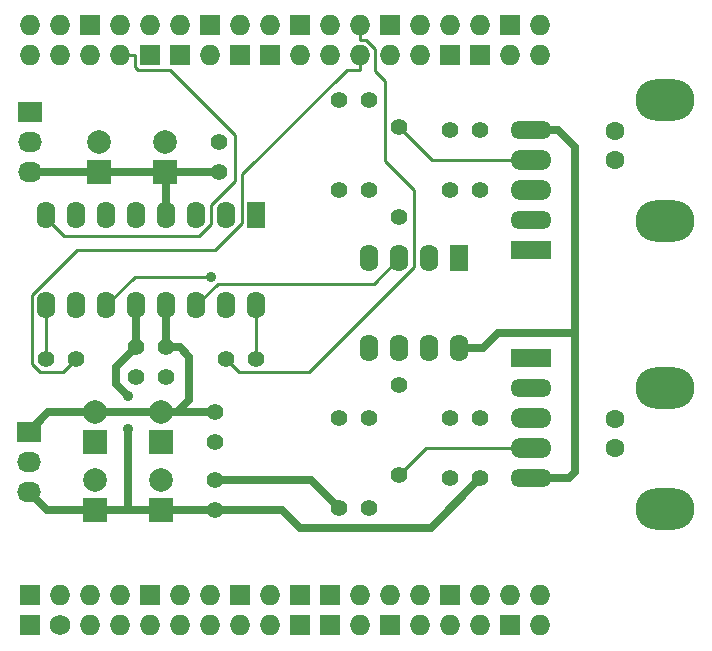
<source format=gtl>
%TF.FileFunction,Copper,L1,Top,Signal*%
%FSLAX46Y46*%
G04 Gerber Fmt 4.6, Leading zero omitted, Abs format (unit mm)*
G04 Created by KiCad (PCBNEW (2014-08-05 BZR 5054)-product) date Thu 18 Sep 2014 01:52:19 PM PDT*
%MOMM*%
G01*
G04 APERTURE LIST*
%ADD10C,0.100000*%
%ADD11C,1.397000*%
%ADD12R,1.574800X2.286000*%
%ADD13O,1.574800X2.286000*%
%ADD14R,1.998980X1.998980*%
%ADD15C,1.998980*%
%ADD16O,5.001260X3.500120*%
%ADD17C,1.600200*%
%ADD18R,2.032000X1.727200*%
%ADD19O,2.032000X1.727200*%
%ADD20O,3.500120X1.699260*%
%ADD21O,3.500120X1.524000*%
%ADD22R,3.500120X1.524000*%
%ADD23R,1.727200X1.727200*%
%ADD24O,1.727200X1.727200*%
%ADD25C,1.727200*%
%ADD26C,0.889000*%
%ADD27C,0.635000*%
%ADD28C,0.254000*%
G04 APERTURE END LIST*
D10*
D11*
X47942500Y-59499500D03*
X47942500Y-56959500D03*
X50482500Y-56959500D03*
X50482500Y-59499500D03*
X77089000Y-38608000D03*
X74549000Y-38608000D03*
X77089000Y-43688000D03*
X74549000Y-43688000D03*
X58102500Y-57975500D03*
X55562500Y-57975500D03*
X77089000Y-68072000D03*
X74549000Y-68072000D03*
X77089000Y-62992000D03*
X74549000Y-62992000D03*
X40322500Y-57975500D03*
X42862500Y-57975500D03*
D12*
X58102500Y-45783500D03*
D13*
X55562500Y-45783500D03*
X53022500Y-45783500D03*
X50482500Y-45783500D03*
X47942500Y-45783500D03*
X45402500Y-45783500D03*
X42862500Y-45783500D03*
X40322500Y-45783500D03*
X40322500Y-53403500D03*
X42862500Y-53403500D03*
X45402500Y-53403500D03*
X47942500Y-53403500D03*
X50482500Y-53403500D03*
X53022500Y-53403500D03*
X55562500Y-53403500D03*
X58102500Y-53403500D03*
D12*
X75311000Y-49403000D03*
D13*
X72771000Y-49403000D03*
X70231000Y-49403000D03*
X67691000Y-49403000D03*
X67691000Y-57023000D03*
X70231000Y-57023000D03*
X72771000Y-57023000D03*
X75311000Y-57023000D03*
D11*
X67691000Y-43688000D03*
X67691000Y-36068000D03*
X70231000Y-38354000D03*
X70231000Y-45974000D03*
X65151000Y-36068000D03*
X65151000Y-43688000D03*
X67691000Y-62992000D03*
X67691000Y-70612000D03*
X70231000Y-67818000D03*
X70231000Y-60198000D03*
X65151000Y-70612000D03*
X65151000Y-62992000D03*
D14*
X44831000Y-42164000D03*
D15*
X44831000Y-39624000D03*
D14*
X50419000Y-42164000D03*
D15*
X50419000Y-39624000D03*
D11*
X54991000Y-42164000D03*
X54991000Y-39624000D03*
D14*
X44450000Y-65024000D03*
D15*
X44450000Y-62484000D03*
D14*
X50038000Y-65024000D03*
D15*
X50038000Y-62484000D03*
D11*
X54610000Y-65024000D03*
X54610000Y-62484000D03*
D14*
X44450000Y-70739000D03*
D15*
X44450000Y-68199000D03*
D14*
X50038000Y-70739000D03*
D15*
X50038000Y-68199000D03*
D11*
X54610000Y-70739000D03*
X54610000Y-68199000D03*
D16*
X92735400Y-36050220D03*
X92735400Y-46248320D03*
D17*
X88470740Y-41148000D03*
X88470740Y-38648640D03*
D16*
X92735400Y-60434220D03*
X92735400Y-70632320D03*
D17*
X88470740Y-65532000D03*
X88470740Y-63032640D03*
D18*
X38989000Y-37084000D03*
D19*
X38989000Y-39624000D03*
X38989000Y-42164000D03*
D18*
X38862000Y-64135000D03*
D19*
X38862000Y-66675000D03*
X38862000Y-69215000D03*
D20*
X81407000Y-62992000D03*
D21*
X81407000Y-60452000D03*
D20*
X81407000Y-65532000D03*
D22*
X81407000Y-57912000D03*
D21*
X81407000Y-68072000D03*
D20*
X81407000Y-43688000D03*
D21*
X81407000Y-46228000D03*
D20*
X81407000Y-41148000D03*
D22*
X81407000Y-48768000D03*
D21*
X81407000Y-38608000D03*
D23*
X44069000Y-29718000D03*
D24*
X44069000Y-32258000D03*
D23*
X74549000Y-77978000D03*
D24*
X66929000Y-77978000D03*
D23*
X64389000Y-77978000D03*
X61849000Y-77978000D03*
X61849000Y-80518000D03*
D24*
X56769000Y-80518000D03*
X54229000Y-77978000D03*
X51689000Y-77978000D03*
X51689000Y-80518000D03*
D23*
X49149000Y-77978000D03*
D24*
X49149000Y-80518000D03*
X46609000Y-77978000D03*
X46609000Y-80518000D03*
X44069000Y-77978000D03*
X44069000Y-80518000D03*
X41529000Y-77978000D03*
D25*
X41529000Y-80518000D03*
D24*
X54229000Y-80518000D03*
D23*
X56769000Y-77978000D03*
D24*
X59309000Y-80518000D03*
X59309000Y-77978000D03*
D23*
X64389000Y-80518000D03*
D24*
X66929000Y-80518000D03*
D23*
X69469000Y-80518000D03*
D24*
X69469000Y-77978000D03*
X72009000Y-80518000D03*
X72009000Y-77978000D03*
X74549000Y-80518000D03*
X77089000Y-80518000D03*
X77089000Y-77978000D03*
D23*
X79629000Y-80518000D03*
D24*
X79629000Y-77978000D03*
X82169000Y-80518000D03*
X82169000Y-77978000D03*
X38989000Y-32258000D03*
X38989000Y-29718000D03*
X41529000Y-32258000D03*
X41529000Y-29718000D03*
X46609000Y-32258000D03*
X46609000Y-29718000D03*
D23*
X49149000Y-32258000D03*
D24*
X49149000Y-29718000D03*
D23*
X51689000Y-32258000D03*
D24*
X51689000Y-29718000D03*
X54229000Y-32258000D03*
D23*
X54229000Y-29718000D03*
X56769000Y-32258000D03*
D24*
X56769000Y-29718000D03*
D23*
X59309000Y-32258000D03*
D24*
X59309000Y-29718000D03*
X61849000Y-32258000D03*
D23*
X61849000Y-29718000D03*
D24*
X64389000Y-32258000D03*
X64389000Y-29718000D03*
X66929000Y-32258000D03*
X66929000Y-29718000D03*
X69469000Y-32258000D03*
D23*
X69469000Y-29718000D03*
D24*
X72009000Y-32258000D03*
X72009000Y-29718000D03*
D23*
X74549000Y-32258000D03*
D24*
X74549000Y-29718000D03*
D23*
X77089000Y-32258000D03*
D24*
X77089000Y-29718000D03*
X79629000Y-32258000D03*
D23*
X79629000Y-29718000D03*
D24*
X82169000Y-32258000D03*
X82169000Y-29718000D03*
D23*
X38989000Y-80518000D03*
X38989000Y-77978000D03*
D26*
X47244000Y-61087000D03*
X47244000Y-63881000D03*
X54251100Y-50999100D03*
D27*
X85090000Y-55753000D02*
X85090000Y-54737000D01*
X81407000Y-68072000D02*
X84582000Y-68072000D01*
X84582000Y-68072000D02*
X85090000Y-67564000D01*
X85090000Y-67564000D02*
X85090000Y-55753000D01*
X47244000Y-70739000D02*
X47244000Y-63881000D01*
X47244000Y-61087000D02*
X46228000Y-60071000D01*
X46228000Y-60071000D02*
X46228000Y-58674000D01*
X46228000Y-58674000D02*
X47942500Y-56959500D01*
X75311000Y-57023000D02*
X77343000Y-57023000D01*
X77343000Y-57023000D02*
X78613000Y-55753000D01*
X78613000Y-55753000D02*
X85090000Y-55753000D01*
X85090000Y-55753000D02*
X85090000Y-54737000D01*
X85090000Y-54737000D02*
X85090000Y-40005000D01*
X85090000Y-40005000D02*
X83693000Y-38608000D01*
X83693000Y-38608000D02*
X81407000Y-38608000D01*
X38862000Y-69215000D02*
X40386000Y-70739000D01*
X40386000Y-70739000D02*
X44450000Y-70739000D01*
X44450000Y-70739000D02*
X47244000Y-70739000D01*
X47244000Y-70739000D02*
X50038000Y-70739000D01*
X50038000Y-70739000D02*
X54610000Y-70739000D01*
X47942500Y-56959500D02*
X47942500Y-53403500D01*
X54610000Y-70739000D02*
X60325000Y-70739000D01*
X60325000Y-70739000D02*
X61849000Y-72263000D01*
X61849000Y-72263000D02*
X72898000Y-72263000D01*
X72898000Y-72263000D02*
X77089000Y-68072000D01*
X50482500Y-56959500D02*
X51625500Y-56959500D01*
X51625500Y-56959500D02*
X52451000Y-57785000D01*
X52451000Y-57785000D02*
X52451000Y-61468000D01*
X52451000Y-61468000D02*
X51435000Y-62484000D01*
X38862000Y-64135000D02*
X40513000Y-62484000D01*
X40513000Y-62484000D02*
X44450000Y-62484000D01*
X44450000Y-62484000D02*
X50038000Y-62484000D01*
X50038000Y-62484000D02*
X51435000Y-62484000D01*
X51435000Y-62484000D02*
X54610000Y-62484000D01*
X50482500Y-56959500D02*
X50482500Y-53403500D01*
X50419000Y-42164000D02*
X54991000Y-42164000D01*
X44831000Y-42164000D02*
X50419000Y-42164000D01*
X50419000Y-42164000D02*
X50482500Y-42227500D01*
X50482500Y-42227500D02*
X50482500Y-45783500D01*
X38989000Y-42164000D02*
X44831000Y-42164000D01*
D28*
X81407000Y-41148000D02*
X73025000Y-41148000D01*
X73025000Y-41148000D02*
X70231000Y-38354000D01*
X81407000Y-65532000D02*
X72517000Y-65532000D01*
X72517000Y-65532000D02*
X70231000Y-67818000D01*
X58102500Y-57975500D02*
X58102500Y-53403500D01*
X66929000Y-29718000D02*
X66929000Y-30962900D01*
X66929000Y-30962900D02*
X67395900Y-30962900D01*
X67395900Y-30962900D02*
X68173900Y-31740900D01*
X68173900Y-31740900D02*
X68173900Y-33547600D01*
X68173900Y-33547600D02*
X69029100Y-34402800D01*
X69029100Y-34402800D02*
X69029100Y-41234400D01*
X69029100Y-41234400D02*
X71447100Y-43652400D01*
X71447100Y-43652400D02*
X71447100Y-50196900D01*
X71447100Y-50196900D02*
X62576400Y-59067600D01*
X62576400Y-59067600D02*
X56654600Y-59067600D01*
X56654600Y-59067600D02*
X55562500Y-57975500D01*
X40322500Y-57975500D02*
X40322500Y-53403500D01*
X66929000Y-32258000D02*
X66929000Y-33502900D01*
X39130800Y-52513700D02*
X42904000Y-48740500D01*
X42904000Y-48740500D02*
X54641000Y-48740500D01*
X54641000Y-48740500D02*
X56933800Y-46447700D01*
X56933800Y-46447700D02*
X56933800Y-42344300D01*
X56933800Y-42344300D02*
X65775200Y-33502900D01*
X65775200Y-33502900D02*
X66929000Y-33502900D01*
X39130800Y-58374800D02*
X39130800Y-52513700D01*
X39838400Y-59082400D02*
X39130800Y-58374800D01*
X42862500Y-57975500D02*
X41755600Y-59082400D01*
X41755600Y-59082400D02*
X39838400Y-59082400D01*
X55562500Y-45783500D02*
X55562500Y-46034000D01*
X55562500Y-46034000D02*
X55562500Y-45783500D01*
X46609000Y-32258000D02*
X47853900Y-32258000D01*
X47853900Y-32258000D02*
X47853900Y-33269500D01*
X47853900Y-33269500D02*
X48087300Y-33502900D01*
X48087300Y-33502900D02*
X50781900Y-33502900D01*
X50781900Y-33502900D02*
X56325800Y-39046800D01*
X56325800Y-39046800D02*
X56325800Y-42939000D01*
X56325800Y-42939000D02*
X54292500Y-44972300D01*
X54292500Y-44972300D02*
X54292500Y-46561600D01*
X54292500Y-46561600D02*
X53254600Y-47599500D01*
X53254600Y-47599500D02*
X42926000Y-47599500D01*
X41859200Y-47599600D02*
X42926000Y-47599600D01*
X42926000Y-47599600D02*
X42926000Y-47599500D01*
X40322500Y-46062900D02*
X41859200Y-47599600D01*
X40322500Y-45783500D02*
X40322500Y-46062900D01*
X45402500Y-53403500D02*
X47806900Y-50999100D01*
X47806900Y-50999100D02*
X54251100Y-50999100D01*
X70231000Y-49403000D02*
X68050800Y-51583200D01*
X68050800Y-51583200D02*
X54842800Y-51583200D01*
X54842800Y-51583200D02*
X53022500Y-53403500D01*
D27*
X54610000Y-68199000D02*
X62738000Y-68199000D01*
X62738000Y-68199000D02*
X65151000Y-70612000D01*
D28*
X59329600Y-31724900D02*
X59096100Y-31724900D01*
X59563000Y-31724900D02*
X59329600Y-31724900D01*
X59329600Y-31724900D02*
X59309000Y-31745500D01*
X59309000Y-31745500D02*
X59309000Y-32258000D01*
M02*

</source>
